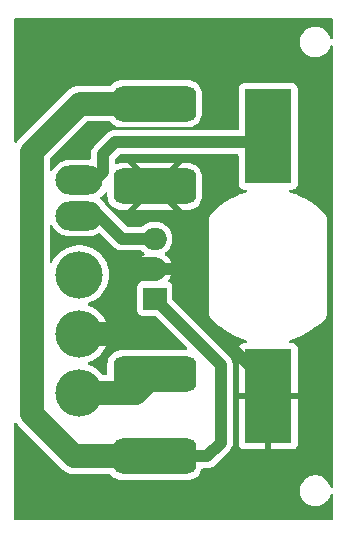
<source format=gtl>
G04 #@! TF.GenerationSoftware,KiCad,Pcbnew,8.0.0*
G04 #@! TF.CreationDate,2024-05-22T21:05:34-07:00*
G04 #@! TF.ProjectId,sim_switch,73696d5f-7377-4697-9463-682e6b696361,rev?*
G04 #@! TF.SameCoordinates,Original*
G04 #@! TF.FileFunction,Copper,L1,Top*
G04 #@! TF.FilePolarity,Positive*
%FSLAX46Y46*%
G04 Gerber Fmt 4.6, Leading zero omitted, Abs format (unit mm)*
G04 Created by KiCad (PCBNEW 8.0.0) date 2024-05-22 21:05:34*
%MOMM*%
%LPD*%
G01*
G04 APERTURE LIST*
G04 Aperture macros list*
%AMRoundRect*
0 Rectangle with rounded corners*
0 $1 Rounding radius*
0 $2 $3 $4 $5 $6 $7 $8 $9 X,Y pos of 4 corners*
0 Add a 4 corners polygon primitive as box body*
4,1,4,$2,$3,$4,$5,$6,$7,$8,$9,$2,$3,0*
0 Add four circle primitives for the rounded corners*
1,1,$1+$1,$2,$3*
1,1,$1+$1,$4,$5*
1,1,$1+$1,$6,$7*
1,1,$1+$1,$8,$9*
0 Add four rect primitives between the rounded corners*
20,1,$1+$1,$2,$3,$4,$5,0*
20,1,$1+$1,$4,$5,$6,$7,0*
20,1,$1+$1,$6,$7,$8,$9,0*
20,1,$1+$1,$8,$9,$2,$3,0*%
G04 Aperture macros list end*
G04 #@! TA.AperFunction,SMDPad,CuDef*
%ADD10R,4.000000X8.000000*%
G04 #@! TD*
G04 #@! TA.AperFunction,SMDPad,CuDef*
%ADD11RoundRect,0.750000X-2.750000X-0.750000X2.750000X-0.750000X2.750000X0.750000X-2.750000X0.750000X0*%
G04 #@! TD*
G04 #@! TA.AperFunction,SMDPad,CuDef*
%ADD12RoundRect,0.750000X2.750000X0.750000X-2.750000X0.750000X-2.750000X-0.750000X2.750000X-0.750000X0*%
G04 #@! TD*
G04 #@! TA.AperFunction,ComponentPad*
%ADD13R,2.000000X1.905000*%
G04 #@! TD*
G04 #@! TA.AperFunction,ComponentPad*
%ADD14O,2.000000X1.905000*%
G04 #@! TD*
G04 #@! TA.AperFunction,ComponentPad*
%ADD15O,4.000000X2.500000*%
G04 #@! TD*
G04 #@! TA.AperFunction,ComponentPad*
%ADD16O,4.000000X4.000000*%
G04 #@! TD*
G04 #@! TA.AperFunction,Conductor*
%ADD17C,1.000000*%
G04 #@! TD*
G04 #@! TA.AperFunction,Conductor*
%ADD18C,2.000000*%
G04 #@! TD*
G04 APERTURE END LIST*
D10*
X162000000Y-87000000D03*
X162000000Y-65000000D03*
D11*
X152400000Y-85090000D03*
X152400000Y-92090000D03*
D12*
X152400000Y-69230000D03*
X152400000Y-62230000D03*
D13*
X152400000Y-78740000D03*
D14*
X152400000Y-76200000D03*
X152400000Y-73660000D03*
D15*
X146019000Y-68711000D03*
X146019000Y-71711000D03*
D16*
X146019000Y-76711000D03*
X146019000Y-81711000D03*
X146019000Y-86711000D03*
D17*
X154200000Y-76200000D02*
X152400000Y-76200000D01*
X155500000Y-77500000D02*
X154200000Y-76200000D01*
X155500000Y-79500000D02*
X155500000Y-77500000D01*
X162000000Y-86000000D02*
X155500000Y-79500000D01*
X162000000Y-86500000D02*
X162000000Y-86000000D01*
D18*
X145590000Y-92090000D02*
X152400000Y-92090000D01*
X142000000Y-88500000D02*
X145590000Y-92090000D01*
X142000000Y-66280000D02*
X142000000Y-88500000D01*
X146050000Y-62230000D02*
X142000000Y-66280000D01*
X152400000Y-62230000D02*
X146050000Y-62230000D01*
D17*
X148000000Y-66500000D02*
X149000000Y-65500000D01*
X148000000Y-68000000D02*
X148000000Y-66500000D01*
X149000000Y-65500000D02*
X162000000Y-65500000D01*
X147289000Y-68711000D02*
X148000000Y-68000000D01*
X146019000Y-68711000D02*
X147289000Y-68711000D01*
X149660000Y-73660000D02*
X152400000Y-73660000D01*
X147711000Y-71711000D02*
X149660000Y-73660000D01*
X146019000Y-71711000D02*
X147711000Y-71711000D01*
D18*
X149860000Y-80360000D02*
X150000000Y-80500000D01*
X149860000Y-76200000D02*
X149860000Y-80360000D01*
X148789000Y-81711000D02*
X146019000Y-81711000D01*
X152400000Y-76200000D02*
X149860000Y-76200000D01*
X150000000Y-80500000D02*
X148789000Y-81711000D01*
X150779000Y-86711000D02*
X152400000Y-85090000D01*
X146019000Y-86711000D02*
X150779000Y-86711000D01*
D17*
X156830000Y-92090000D02*
X152400000Y-92090000D01*
X158000000Y-90920000D02*
X156830000Y-92090000D01*
X158000000Y-84340000D02*
X158000000Y-90920000D01*
X152400000Y-78740000D02*
X158000000Y-84340000D01*
G04 #@! TA.AperFunction,Conductor*
G36*
X167442539Y-55020185D02*
G01*
X167488294Y-55072989D01*
X167499500Y-55124500D01*
X167499500Y-56623575D01*
X167479815Y-56690614D01*
X167427011Y-56736369D01*
X167357853Y-56746313D01*
X167294297Y-56717288D01*
X167257569Y-56661894D01*
X167205218Y-56500776D01*
X167171503Y-56434607D01*
X167112287Y-56318390D01*
X167104556Y-56307749D01*
X166991971Y-56152786D01*
X166847213Y-56008028D01*
X166681613Y-55887715D01*
X166681612Y-55887714D01*
X166681610Y-55887713D01*
X166624653Y-55858691D01*
X166499223Y-55794781D01*
X166304534Y-55731522D01*
X166129995Y-55703878D01*
X166102352Y-55699500D01*
X165897648Y-55699500D01*
X165873329Y-55703351D01*
X165695465Y-55731522D01*
X165500776Y-55794781D01*
X165318386Y-55887715D01*
X165152786Y-56008028D01*
X165008028Y-56152786D01*
X164887715Y-56318386D01*
X164794781Y-56500776D01*
X164731522Y-56695465D01*
X164699500Y-56897648D01*
X164699500Y-57102351D01*
X164731522Y-57304534D01*
X164794781Y-57499223D01*
X164887715Y-57681613D01*
X165008028Y-57847213D01*
X165152786Y-57991971D01*
X165307749Y-58104556D01*
X165318390Y-58112287D01*
X165434607Y-58171503D01*
X165500776Y-58205218D01*
X165500778Y-58205218D01*
X165500781Y-58205220D01*
X165605137Y-58239127D01*
X165695465Y-58268477D01*
X165796557Y-58284488D01*
X165897648Y-58300500D01*
X165897649Y-58300500D01*
X166102351Y-58300500D01*
X166102352Y-58300500D01*
X166304534Y-58268477D01*
X166499219Y-58205220D01*
X166681610Y-58112287D01*
X166774590Y-58044732D01*
X166847213Y-57991971D01*
X166847215Y-57991968D01*
X166847219Y-57991966D01*
X166991966Y-57847219D01*
X166991968Y-57847215D01*
X166991971Y-57847213D01*
X167044732Y-57774590D01*
X167112287Y-57681610D01*
X167205220Y-57499219D01*
X167257569Y-57338106D01*
X167297007Y-57280430D01*
X167361365Y-57253232D01*
X167430212Y-57265147D01*
X167481687Y-57312391D01*
X167499500Y-57376424D01*
X167499500Y-94623575D01*
X167479815Y-94690614D01*
X167427011Y-94736369D01*
X167357853Y-94746313D01*
X167294297Y-94717288D01*
X167257569Y-94661894D01*
X167205218Y-94500776D01*
X167171503Y-94434607D01*
X167112287Y-94318390D01*
X167104556Y-94307749D01*
X166991971Y-94152786D01*
X166847213Y-94008028D01*
X166681613Y-93887715D01*
X166681612Y-93887714D01*
X166681610Y-93887713D01*
X166624653Y-93858691D01*
X166499223Y-93794781D01*
X166304534Y-93731522D01*
X166129995Y-93703878D01*
X166102352Y-93699500D01*
X165897648Y-93699500D01*
X165873329Y-93703351D01*
X165695465Y-93731522D01*
X165500776Y-93794781D01*
X165318386Y-93887715D01*
X165152786Y-94008028D01*
X165008028Y-94152786D01*
X164887715Y-94318386D01*
X164794781Y-94500776D01*
X164731522Y-94695465D01*
X164699500Y-94897648D01*
X164699500Y-95102351D01*
X164731522Y-95304534D01*
X164794781Y-95499223D01*
X164887715Y-95681613D01*
X165008028Y-95847213D01*
X165152786Y-95991971D01*
X165307749Y-96104556D01*
X165318390Y-96112287D01*
X165434607Y-96171503D01*
X165500776Y-96205218D01*
X165500778Y-96205218D01*
X165500781Y-96205220D01*
X165605137Y-96239127D01*
X165695465Y-96268477D01*
X165796557Y-96284488D01*
X165897648Y-96300500D01*
X165897649Y-96300500D01*
X166102351Y-96300500D01*
X166102352Y-96300500D01*
X166304534Y-96268477D01*
X166499219Y-96205220D01*
X166681610Y-96112287D01*
X166774590Y-96044732D01*
X166847213Y-95991971D01*
X166847215Y-95991968D01*
X166847219Y-95991966D01*
X166991966Y-95847219D01*
X166991968Y-95847215D01*
X166991971Y-95847213D01*
X167044732Y-95774590D01*
X167112287Y-95681610D01*
X167205220Y-95499219D01*
X167257569Y-95338106D01*
X167297007Y-95280430D01*
X167361365Y-95253232D01*
X167430212Y-95265147D01*
X167481687Y-95312391D01*
X167499500Y-95376424D01*
X167499500Y-97375500D01*
X167479815Y-97442539D01*
X167427011Y-97488294D01*
X167375500Y-97499500D01*
X140624500Y-97499500D01*
X140557461Y-97479815D01*
X140511706Y-97427011D01*
X140500500Y-97375500D01*
X140500500Y-89370552D01*
X140520185Y-89303513D01*
X140572989Y-89257758D01*
X140642147Y-89247814D01*
X140705703Y-89276839D01*
X140724816Y-89297663D01*
X140855483Y-89477510D01*
X140855485Y-89477512D01*
X144612491Y-93234519D01*
X144612496Y-93234523D01*
X144779155Y-93355606D01*
X144803567Y-93373343D01*
X144937659Y-93441666D01*
X145014003Y-93480566D01*
X145014005Y-93480566D01*
X145014008Y-93480568D01*
X145134412Y-93519689D01*
X145238631Y-93553553D01*
X145471903Y-93590500D01*
X145471908Y-93590500D01*
X145708092Y-93590500D01*
X148583719Y-93590500D01*
X148650758Y-93610185D01*
X148682288Y-93640640D01*
X148682608Y-93640374D01*
X148685087Y-93643343D01*
X148685648Y-93643885D01*
X148686176Y-93644648D01*
X148686179Y-93644652D01*
X148686181Y-93644654D01*
X148845346Y-93803819D01*
X148845350Y-93803822D01*
X148845354Y-93803825D01*
X148966442Y-93887715D01*
X149030374Y-93932007D01*
X149235317Y-94025096D01*
X149235321Y-94025097D01*
X149453579Y-94080094D01*
X149453581Y-94080094D01*
X149453588Y-94080096D01*
X149585783Y-94090500D01*
X155214216Y-94090499D01*
X155346412Y-94080096D01*
X155564683Y-94025096D01*
X155769626Y-93932007D01*
X155954654Y-93803819D01*
X156113819Y-93644654D01*
X156242007Y-93459626D01*
X156335096Y-93254683D01*
X156352856Y-93184199D01*
X156388323Y-93124004D01*
X156450707Y-93092538D01*
X156473097Y-93090500D01*
X156928543Y-93090500D01*
X156961563Y-93083931D01*
X157044118Y-93067510D01*
X157121836Y-93052051D01*
X157175165Y-93029961D01*
X157303914Y-92976632D01*
X157467782Y-92867139D01*
X157607139Y-92727782D01*
X157607140Y-92727779D01*
X157614206Y-92720714D01*
X157614209Y-92720710D01*
X158637778Y-91697141D01*
X158637782Y-91697139D01*
X158777139Y-91557782D01*
X158886632Y-91393914D01*
X158962051Y-91211835D01*
X158986385Y-91089500D01*
X159000500Y-91018543D01*
X159000500Y-87250000D01*
X159500000Y-87250000D01*
X159500000Y-91047844D01*
X159506401Y-91107372D01*
X159506403Y-91107379D01*
X159556645Y-91242086D01*
X159556649Y-91242093D01*
X159642809Y-91357187D01*
X159642812Y-91357190D01*
X159757906Y-91443350D01*
X159757913Y-91443354D01*
X159892620Y-91493596D01*
X159892627Y-91493598D01*
X159952155Y-91499999D01*
X159952172Y-91500000D01*
X161750000Y-91500000D01*
X161750000Y-87250000D01*
X162250000Y-87250000D01*
X162250000Y-91500000D01*
X164047828Y-91500000D01*
X164047844Y-91499999D01*
X164107372Y-91493598D01*
X164107379Y-91493596D01*
X164242086Y-91443354D01*
X164242093Y-91443350D01*
X164357187Y-91357190D01*
X164357190Y-91357187D01*
X164443350Y-91242093D01*
X164443354Y-91242086D01*
X164493596Y-91107379D01*
X164493598Y-91107372D01*
X164499999Y-91047844D01*
X164500000Y-91047827D01*
X164500000Y-87250000D01*
X162250000Y-87250000D01*
X161750000Y-87250000D01*
X159500000Y-87250000D01*
X159000500Y-87250000D01*
X159000500Y-84241456D01*
X158962052Y-84048170D01*
X158962051Y-84048169D01*
X158962051Y-84048165D01*
X158932799Y-83977544D01*
X158886635Y-83866092D01*
X158886628Y-83866079D01*
X158777139Y-83702218D01*
X158777136Y-83702214D01*
X158634686Y-83559764D01*
X158634655Y-83559735D01*
X153936818Y-78861898D01*
X153903333Y-78800575D01*
X153900499Y-78774217D01*
X153900499Y-77739629D01*
X153900498Y-77739623D01*
X153900497Y-77739616D01*
X153894091Y-77680017D01*
X153891707Y-77673626D01*
X153843797Y-77545171D01*
X153843793Y-77545164D01*
X153757547Y-77429955D01*
X153757544Y-77429952D01*
X153642335Y-77343706D01*
X153642326Y-77343701D01*
X153613974Y-77333127D01*
X153558040Y-77291257D01*
X153533622Y-77225792D01*
X153548473Y-77157519D01*
X153556988Y-77144059D01*
X153689788Y-76961276D01*
X153793582Y-76757570D01*
X153864234Y-76540128D01*
X153878509Y-76450000D01*
X152890748Y-76450000D01*
X152912518Y-76412292D01*
X152950000Y-76272409D01*
X152950000Y-76127591D01*
X152912518Y-75987708D01*
X152890748Y-75950000D01*
X153878509Y-75950000D01*
X153864234Y-75859871D01*
X153793582Y-75642429D01*
X153689788Y-75438723D01*
X153555402Y-75253757D01*
X153393742Y-75092097D01*
X153309135Y-75030626D01*
X153266470Y-74975296D01*
X153260491Y-74905682D01*
X153293097Y-74843887D01*
X153309125Y-74829999D01*
X153394066Y-74768286D01*
X153555786Y-74606566D01*
X153690217Y-74421538D01*
X153794048Y-74217758D01*
X153864722Y-74000245D01*
X153900500Y-73774354D01*
X153900500Y-73545646D01*
X153864722Y-73319755D01*
X153864721Y-73319751D01*
X153864721Y-73319750D01*
X153794049Y-73102244D01*
X153794048Y-73102242D01*
X153690217Y-72898462D01*
X153555786Y-72713434D01*
X153394066Y-72551714D01*
X153209038Y-72417283D01*
X153005255Y-72313450D01*
X152787748Y-72242778D01*
X152618326Y-72215944D01*
X152561854Y-72207000D01*
X152238146Y-72207000D01*
X152162849Y-72218926D01*
X152012253Y-72242778D01*
X152012250Y-72242778D01*
X151794744Y-72313450D01*
X151590961Y-72417283D01*
X151495159Y-72486888D01*
X151405934Y-72551714D01*
X151405932Y-72551716D01*
X151405931Y-72551716D01*
X151334467Y-72623181D01*
X151273144Y-72656666D01*
X151246786Y-72659500D01*
X150125782Y-72659500D01*
X150058743Y-72639815D01*
X150038101Y-72623181D01*
X148492479Y-71077559D01*
X148492470Y-71077549D01*
X148425552Y-71010631D01*
X148348782Y-70933861D01*
X148348779Y-70933859D01*
X148344475Y-70929555D01*
X148345463Y-70928566D01*
X148323895Y-70903157D01*
X148227611Y-70736388D01*
X148227606Y-70736382D01*
X148087918Y-70554338D01*
X148087911Y-70554330D01*
X147925670Y-70392089D01*
X147925665Y-70392085D01*
X147925661Y-70392081D01*
X147817875Y-70309373D01*
X147776675Y-70252948D01*
X147772520Y-70183201D01*
X147806733Y-70122281D01*
X147817865Y-70112633D01*
X147925661Y-70029919D01*
X147925670Y-70029910D01*
X148087911Y-69867670D01*
X148087916Y-69867664D01*
X148087919Y-69867661D01*
X148177627Y-69750751D01*
X148234052Y-69709551D01*
X148303798Y-69705396D01*
X148364718Y-69739608D01*
X148397471Y-69801325D01*
X148400000Y-69826239D01*
X148400000Y-70044181D01*
X148400001Y-70044197D01*
X148410400Y-70176332D01*
X148465377Y-70394519D01*
X148558428Y-70599374D01*
X148558431Y-70599380D01*
X148686559Y-70784323D01*
X148686569Y-70784335D01*
X148845664Y-70943430D01*
X148845676Y-70943440D01*
X149030619Y-71071568D01*
X149030625Y-71071571D01*
X149235480Y-71164622D01*
X149453667Y-71219599D01*
X149585810Y-71229999D01*
X150046446Y-71229999D01*
X150046447Y-71229998D01*
X150753552Y-71229998D01*
X150753553Y-71229999D01*
X154046446Y-71229999D01*
X154046446Y-71229998D01*
X152400000Y-69583553D01*
X150753552Y-71229998D01*
X150046447Y-71229998D01*
X152046447Y-69230000D01*
X152753553Y-69230000D01*
X154753552Y-71229999D01*
X155214182Y-71229999D01*
X155214197Y-71229998D01*
X155346332Y-71219599D01*
X155564519Y-71164622D01*
X155769374Y-71071571D01*
X155769380Y-71071568D01*
X155954323Y-70943440D01*
X155954335Y-70943430D01*
X156113430Y-70784335D01*
X156113440Y-70784323D01*
X156241568Y-70599380D01*
X156241571Y-70599374D01*
X156334622Y-70394519D01*
X156389599Y-70176332D01*
X156399999Y-70044196D01*
X156399999Y-68415817D01*
X156399998Y-68415802D01*
X156389599Y-68283667D01*
X156334622Y-68065480D01*
X156241571Y-67860625D01*
X156241568Y-67860619D01*
X156113440Y-67675676D01*
X156113430Y-67675664D01*
X155954335Y-67516569D01*
X155954323Y-67516559D01*
X155769380Y-67388431D01*
X155769374Y-67388428D01*
X155564519Y-67295377D01*
X155346332Y-67240400D01*
X155214196Y-67230000D01*
X154753551Y-67230000D01*
X152753553Y-69229999D01*
X152753553Y-69230000D01*
X152046447Y-69230000D01*
X150046447Y-67230000D01*
X150753552Y-67230000D01*
X152400000Y-68876447D01*
X152400001Y-68876447D01*
X154046446Y-67230000D01*
X150753552Y-67230000D01*
X150046447Y-67230000D01*
X149585817Y-67230000D01*
X149585802Y-67230001D01*
X149453667Y-67240400D01*
X149235480Y-67295377D01*
X149175781Y-67322495D01*
X149106603Y-67332298D01*
X149043106Y-67303143D01*
X149005452Y-67244288D01*
X149000500Y-67209596D01*
X149000500Y-66965782D01*
X149020185Y-66898743D01*
X149036819Y-66878101D01*
X149378102Y-66536819D01*
X149439425Y-66503334D01*
X149465783Y-66500500D01*
X159375501Y-66500500D01*
X159442540Y-66520185D01*
X159488295Y-66572989D01*
X159499501Y-66624500D01*
X159499501Y-69047876D01*
X159505908Y-69107483D01*
X159556202Y-69242328D01*
X159556206Y-69242335D01*
X159642452Y-69357544D01*
X159642455Y-69357547D01*
X159757664Y-69443793D01*
X159757671Y-69443797D01*
X159892517Y-69494091D01*
X159892516Y-69494091D01*
X159899444Y-69494835D01*
X159952127Y-69500500D01*
X160114866Y-69500499D01*
X160181903Y-69520183D01*
X160227658Y-69572987D01*
X160237602Y-69642145D01*
X160208577Y-69705701D01*
X160149800Y-69743476D01*
X160146375Y-69744428D01*
X160111368Y-69753625D01*
X159658357Y-69908956D01*
X159658338Y-69908963D01*
X159217950Y-70097093D01*
X159217939Y-70097098D01*
X158792519Y-70317028D01*
X158792515Y-70317030D01*
X158384386Y-70567556D01*
X158384362Y-70567572D01*
X157995708Y-70847354D01*
X157628603Y-71154899D01*
X157628577Y-71154922D01*
X157285042Y-71488537D01*
X157285030Y-71488550D01*
X157138143Y-71653740D01*
X157133161Y-71659023D01*
X157099503Y-71692681D01*
X157099500Y-71692685D01*
X157098356Y-71694667D01*
X157083666Y-71715022D01*
X157082145Y-71716732D01*
X157060835Y-71759225D01*
X157057382Y-71765633D01*
X157033608Y-71806812D01*
X157033605Y-71806819D01*
X157033015Y-71809022D01*
X157024093Y-71832490D01*
X157023070Y-71834530D01*
X157023068Y-71834534D01*
X157013480Y-71881103D01*
X157011803Y-71888186D01*
X156999501Y-71934100D01*
X156999500Y-71934109D01*
X156999500Y-71936377D01*
X156996953Y-71961380D01*
X156996494Y-71963606D01*
X156996494Y-71963611D01*
X156999286Y-72011072D01*
X156999500Y-72018354D01*
X156999500Y-79981644D01*
X156999286Y-79988925D01*
X156996494Y-80036388D01*
X156996951Y-80038607D01*
X156999500Y-80063620D01*
X156999500Y-80065895D01*
X157011804Y-80111814D01*
X157013481Y-80118901D01*
X157023066Y-80165457D01*
X157023069Y-80165466D01*
X157024086Y-80167493D01*
X157033017Y-80190981D01*
X157033557Y-80192998D01*
X157033608Y-80193186D01*
X157057377Y-80234355D01*
X157060829Y-80240762D01*
X157082143Y-80283262D01*
X157082147Y-80283269D01*
X157083656Y-80284966D01*
X157098360Y-80305340D01*
X157099497Y-80307310D01*
X157099499Y-80307312D01*
X157099499Y-80307313D01*
X157099502Y-80307316D01*
X157133160Y-80340974D01*
X157138127Y-80346240D01*
X157285037Y-80511456D01*
X157342093Y-80566864D01*
X157628591Y-80845090D01*
X157628596Y-80845094D01*
X157628598Y-80845096D01*
X157974884Y-81135200D01*
X157995708Y-81152645D01*
X158335227Y-81397056D01*
X158384376Y-81432437D01*
X158792521Y-81682973D01*
X159217940Y-81902902D01*
X159658344Y-82091039D01*
X160111359Y-82246371D01*
X160136553Y-82252990D01*
X160148276Y-82256070D01*
X160208113Y-82292143D01*
X160238949Y-82354840D01*
X160230993Y-82424255D01*
X160186772Y-82478350D01*
X160120325Y-82499949D01*
X160116768Y-82500000D01*
X159952155Y-82500000D01*
X159892627Y-82506401D01*
X159892620Y-82506403D01*
X159757913Y-82556645D01*
X159757906Y-82556649D01*
X159642812Y-82642809D01*
X159642809Y-82642812D01*
X159556649Y-82757906D01*
X159556645Y-82757913D01*
X159506403Y-82892620D01*
X159506401Y-82892627D01*
X159500000Y-82952155D01*
X159500000Y-86750000D01*
X164500000Y-86750000D01*
X164500000Y-82952172D01*
X164499999Y-82952155D01*
X164493598Y-82892627D01*
X164493596Y-82892620D01*
X164443354Y-82757913D01*
X164443350Y-82757906D01*
X164357190Y-82642812D01*
X164357187Y-82642809D01*
X164242093Y-82556649D01*
X164242086Y-82556645D01*
X164107379Y-82506403D01*
X164107372Y-82506401D01*
X164047844Y-82500000D01*
X163883232Y-82500000D01*
X163816193Y-82480315D01*
X163770438Y-82427511D01*
X163760494Y-82358353D01*
X163789519Y-82294797D01*
X163848297Y-82257023D01*
X163851724Y-82256070D01*
X163859182Y-82254110D01*
X163888641Y-82246371D01*
X164341656Y-82091039D01*
X164782060Y-81902902D01*
X165207479Y-81682973D01*
X165615624Y-81432437D01*
X166004296Y-81152642D01*
X166371402Y-80845096D01*
X166714963Y-80511456D01*
X166861880Y-80346230D01*
X166866814Y-80340998D01*
X166900500Y-80307314D01*
X166901631Y-80305354D01*
X166916345Y-80284964D01*
X166917855Y-80283266D01*
X166939180Y-80240741D01*
X166942622Y-80234355D01*
X166942625Y-80234351D01*
X166966392Y-80193186D01*
X166966978Y-80190996D01*
X166975918Y-80167484D01*
X166976931Y-80165465D01*
X166986519Y-80118892D01*
X166988195Y-80111814D01*
X167000499Y-80065894D01*
X167000500Y-80065891D01*
X167000500Y-80063620D01*
X167003049Y-80038607D01*
X167003506Y-80036388D01*
X167000714Y-79988925D01*
X167000500Y-79981644D01*
X167000500Y-72018354D01*
X167000714Y-72011072D01*
X167003506Y-71963612D01*
X167003505Y-71963606D01*
X167003047Y-71961380D01*
X167000500Y-71936377D01*
X167000500Y-71934110D01*
X167000500Y-71934109D01*
X167000500Y-71934108D01*
X166988195Y-71888185D01*
X166986517Y-71881097D01*
X166976931Y-71834537D01*
X166976931Y-71834535D01*
X166975911Y-71832503D01*
X166966977Y-71808999D01*
X166966392Y-71806815D01*
X166966392Y-71806814D01*
X166942611Y-71765624D01*
X166939165Y-71759227D01*
X166917858Y-71716739D01*
X166917854Y-71716733D01*
X166916349Y-71715040D01*
X166901632Y-71694647D01*
X166900500Y-71692686D01*
X166866847Y-71659033D01*
X166861863Y-71653749D01*
X166714969Y-71488551D01*
X166714968Y-71488550D01*
X166714963Y-71488544D01*
X166438021Y-71219599D01*
X166371408Y-71154909D01*
X166371396Y-71154899D01*
X166273900Y-71073221D01*
X166004296Y-70847358D01*
X166004294Y-70847356D01*
X166004291Y-70847354D01*
X165615637Y-70567572D01*
X165615630Y-70567567D01*
X165615624Y-70567563D01*
X165594079Y-70554338D01*
X165207484Y-70317030D01*
X165207483Y-70317029D01*
X165207479Y-70317027D01*
X164782060Y-70097098D01*
X164782049Y-70097093D01*
X164341661Y-69908963D01*
X164341642Y-69908956D01*
X163888635Y-69753627D01*
X163853624Y-69744429D01*
X163793786Y-69708356D01*
X163762951Y-69645659D01*
X163770907Y-69576244D01*
X163815128Y-69522149D01*
X163881576Y-69500550D01*
X163885132Y-69500499D01*
X164047871Y-69500499D01*
X164047872Y-69500499D01*
X164107483Y-69494091D01*
X164242331Y-69443796D01*
X164357546Y-69357546D01*
X164443796Y-69242331D01*
X164494091Y-69107483D01*
X164500500Y-69047873D01*
X164500499Y-60952128D01*
X164494091Y-60892517D01*
X164482102Y-60860374D01*
X164443797Y-60757671D01*
X164443793Y-60757664D01*
X164357547Y-60642455D01*
X164357544Y-60642452D01*
X164242335Y-60556206D01*
X164242328Y-60556202D01*
X164107482Y-60505908D01*
X164107483Y-60505908D01*
X164047883Y-60499501D01*
X164047881Y-60499500D01*
X164047873Y-60499500D01*
X164047864Y-60499500D01*
X159952129Y-60499500D01*
X159952123Y-60499501D01*
X159892516Y-60505908D01*
X159757671Y-60556202D01*
X159757664Y-60556206D01*
X159642455Y-60642452D01*
X159642452Y-60642455D01*
X159556206Y-60757664D01*
X159556202Y-60757671D01*
X159505908Y-60892517D01*
X159500088Y-60946657D01*
X159499501Y-60952123D01*
X159499500Y-60952135D01*
X159499500Y-64375500D01*
X159479815Y-64442539D01*
X159427011Y-64488294D01*
X159375500Y-64499500D01*
X149104675Y-64499500D01*
X149104655Y-64499499D01*
X149098541Y-64499499D01*
X148901460Y-64499499D01*
X148901457Y-64499499D01*
X148708172Y-64537946D01*
X148708164Y-64537948D01*
X148526088Y-64613366D01*
X148526079Y-64613371D01*
X148362219Y-64722859D01*
X148362215Y-64722862D01*
X147602746Y-65482333D01*
X147362220Y-65722859D01*
X147362218Y-65722861D01*
X147292538Y-65792540D01*
X147222859Y-65862219D01*
X147113371Y-66026079D01*
X147113364Y-66026092D01*
X147037950Y-66208160D01*
X147037947Y-66208170D01*
X146999500Y-66401456D01*
X146999500Y-66836500D01*
X146979815Y-66903539D01*
X146927011Y-66949294D01*
X146875500Y-66960500D01*
X145154258Y-66960500D01*
X144937715Y-66989009D01*
X144926762Y-66990452D01*
X144833076Y-67015554D01*
X144705112Y-67049842D01*
X144493123Y-67137650D01*
X144493109Y-67137657D01*
X144294382Y-67252392D01*
X144112338Y-67392081D01*
X143950081Y-67554338D01*
X143810392Y-67736382D01*
X143731887Y-67872358D01*
X143681320Y-67920574D01*
X143612713Y-67933796D01*
X143547848Y-67907828D01*
X143507320Y-67850914D01*
X143500500Y-67810358D01*
X143500500Y-66952889D01*
X143520185Y-66885850D01*
X143536819Y-66865208D01*
X146635208Y-63766819D01*
X146696531Y-63733334D01*
X146722889Y-63730500D01*
X148583719Y-63730500D01*
X148650758Y-63750185D01*
X148682288Y-63780640D01*
X148682608Y-63780374D01*
X148685087Y-63783343D01*
X148685648Y-63783885D01*
X148686176Y-63784648D01*
X148686179Y-63784652D01*
X148686181Y-63784654D01*
X148845346Y-63943819D01*
X148845350Y-63943822D01*
X148845354Y-63943825D01*
X148984603Y-64040297D01*
X149030374Y-64072007D01*
X149235317Y-64165096D01*
X149235321Y-64165097D01*
X149453579Y-64220094D01*
X149453581Y-64220094D01*
X149453588Y-64220096D01*
X149585783Y-64230500D01*
X155214216Y-64230499D01*
X155346412Y-64220096D01*
X155564683Y-64165096D01*
X155769626Y-64072007D01*
X155954654Y-63943819D01*
X156113819Y-63784654D01*
X156242007Y-63599626D01*
X156335096Y-63394683D01*
X156390096Y-63176412D01*
X156400500Y-63044217D01*
X156400499Y-61415784D01*
X156390096Y-61283588D01*
X156335096Y-61065317D01*
X156242007Y-60860374D01*
X156176934Y-60766447D01*
X156113825Y-60675354D01*
X156113822Y-60675350D01*
X156113819Y-60675346D01*
X155954654Y-60516181D01*
X155954650Y-60516178D01*
X155954645Y-60516174D01*
X155769632Y-60387997D01*
X155769630Y-60387995D01*
X155769626Y-60387993D01*
X155564683Y-60294904D01*
X155564681Y-60294903D01*
X155564678Y-60294902D01*
X155346420Y-60239905D01*
X155346413Y-60239904D01*
X155302347Y-60236436D01*
X155214217Y-60229500D01*
X155214215Y-60229500D01*
X149585791Y-60229500D01*
X149585776Y-60229501D01*
X149453586Y-60239904D01*
X149453579Y-60239905D01*
X149235321Y-60294902D01*
X149235318Y-60294903D01*
X149030377Y-60387991D01*
X149030367Y-60387997D01*
X148845354Y-60516174D01*
X148845342Y-60516184D01*
X148686184Y-60675342D01*
X148686176Y-60675351D01*
X148685648Y-60676115D01*
X148685314Y-60676383D01*
X148682608Y-60679626D01*
X148681965Y-60679089D01*
X148631290Y-60720012D01*
X148583719Y-60729500D01*
X145931903Y-60729500D01*
X145698631Y-60766446D01*
X145474003Y-60839433D01*
X145263565Y-60946657D01*
X145072488Y-61085484D01*
X140855484Y-65302488D01*
X140724818Y-65482333D01*
X140669487Y-65524998D01*
X140599874Y-65530977D01*
X140538079Y-65498371D01*
X140503722Y-65437532D01*
X140500500Y-65409447D01*
X140500500Y-55124500D01*
X140520185Y-55057461D01*
X140572989Y-55011706D01*
X140624500Y-55000500D01*
X167375500Y-55000500D01*
X167442539Y-55020185D01*
G37*
G04 #@! TD.AperFunction*
G04 #@! TA.AperFunction,Conductor*
G36*
X143705703Y-72517928D02*
G01*
X143731884Y-72549638D01*
X143767682Y-72611641D01*
X143810392Y-72685617D01*
X143950081Y-72867661D01*
X143950089Y-72867670D01*
X144112330Y-73029911D01*
X144112338Y-73029918D01*
X144294382Y-73169607D01*
X144294385Y-73169608D01*
X144294388Y-73169611D01*
X144493112Y-73284344D01*
X144493117Y-73284346D01*
X144493123Y-73284349D01*
X144578589Y-73319750D01*
X144705113Y-73372158D01*
X144926762Y-73431548D01*
X145154266Y-73461500D01*
X145154273Y-73461500D01*
X146883727Y-73461500D01*
X146883734Y-73461500D01*
X147111238Y-73431548D01*
X147332887Y-73372158D01*
X147544888Y-73284344D01*
X147668238Y-73213127D01*
X147736133Y-73196656D01*
X147802160Y-73219508D01*
X147817915Y-73232835D01*
X148879735Y-74294655D01*
X148879764Y-74294686D01*
X149022217Y-74437139D01*
X149186080Y-74546628D01*
X149186086Y-74546632D01*
X149304268Y-74595584D01*
X149368164Y-74622051D01*
X149464812Y-74641275D01*
X149513135Y-74650887D01*
X149561458Y-74660500D01*
X149561459Y-74660500D01*
X149561460Y-74660500D01*
X149758540Y-74660500D01*
X151246786Y-74660500D01*
X151313825Y-74680185D01*
X151334467Y-74696819D01*
X151405934Y-74768286D01*
X151490864Y-74829991D01*
X151533529Y-74885321D01*
X151539508Y-74954935D01*
X151506902Y-75016730D01*
X151490864Y-75030627D01*
X151406257Y-75092097D01*
X151244597Y-75253757D01*
X151110211Y-75438723D01*
X151006417Y-75642429D01*
X150935765Y-75859871D01*
X150921491Y-75950000D01*
X151909252Y-75950000D01*
X151887482Y-75987708D01*
X151850000Y-76127591D01*
X151850000Y-76272409D01*
X151887482Y-76412292D01*
X151909252Y-76450000D01*
X150921491Y-76450000D01*
X150935765Y-76540128D01*
X151006417Y-76757570D01*
X151110213Y-76961279D01*
X151243011Y-77144060D01*
X151266491Y-77209866D01*
X151250666Y-77277920D01*
X151200560Y-77326615D01*
X151186026Y-77333127D01*
X151157671Y-77343702D01*
X151157664Y-77343706D01*
X151042455Y-77429952D01*
X151042452Y-77429955D01*
X150956206Y-77545164D01*
X150956202Y-77545171D01*
X150905908Y-77680017D01*
X150899501Y-77739616D01*
X150899501Y-77739623D01*
X150899500Y-77739635D01*
X150899500Y-79740370D01*
X150899501Y-79740376D01*
X150905908Y-79799983D01*
X150956202Y-79934828D01*
X150956206Y-79934835D01*
X151042452Y-80050044D01*
X151042455Y-80050047D01*
X151157664Y-80136293D01*
X151157671Y-80136297D01*
X151292517Y-80186591D01*
X151292516Y-80186591D01*
X151299444Y-80187335D01*
X151352127Y-80193000D01*
X152386717Y-80192999D01*
X152453756Y-80212683D01*
X152474398Y-80229318D01*
X155122899Y-82877819D01*
X155156384Y-82939142D01*
X155151400Y-83008834D01*
X155109528Y-83064767D01*
X155044064Y-83089184D01*
X155035218Y-83089500D01*
X149585791Y-83089500D01*
X149585776Y-83089501D01*
X149453586Y-83099904D01*
X149453579Y-83099905D01*
X149235321Y-83154902D01*
X149235318Y-83154903D01*
X149030377Y-83247991D01*
X149030367Y-83247997D01*
X148845354Y-83376174D01*
X148845342Y-83376184D01*
X148686184Y-83535342D01*
X148686174Y-83535354D01*
X148557997Y-83720367D01*
X148557991Y-83720377D01*
X148464903Y-83925318D01*
X148464902Y-83925321D01*
X148409905Y-84143579D01*
X148409904Y-84143586D01*
X148400315Y-84265429D01*
X148399500Y-84275783D01*
X148399500Y-84718101D01*
X148399501Y-85086500D01*
X148379817Y-85153539D01*
X148327013Y-85199294D01*
X148275501Y-85210500D01*
X148081268Y-85210500D01*
X148014229Y-85190815D01*
X147985726Y-85165542D01*
X147845390Y-84995906D01*
X147616030Y-84780522D01*
X147616027Y-84780520D01*
X147616021Y-84780515D01*
X147361495Y-84595591D01*
X147361488Y-84595586D01*
X147361484Y-84595584D01*
X147085766Y-84444006D01*
X147085763Y-84444004D01*
X147085758Y-84444002D01*
X147085757Y-84444001D01*
X146789602Y-84326746D01*
X146790094Y-84325502D01*
X146737048Y-84289232D01*
X146709848Y-84224875D01*
X146721760Y-84156028D01*
X146769003Y-84104551D01*
X146789594Y-84095150D01*
X146789447Y-84094777D01*
X147085544Y-83977544D01*
X147085552Y-83977540D01*
X147361209Y-83825996D01*
X147361227Y-83825985D01*
X147615702Y-83641098D01*
X147615712Y-83641090D01*
X147845023Y-83425752D01*
X148045544Y-83183364D01*
X148214096Y-82917767D01*
X148214099Y-82917761D01*
X148348034Y-82633137D01*
X148348036Y-82633132D01*
X148445243Y-82333959D01*
X148504191Y-82024947D01*
X148504192Y-82024943D01*
X148508215Y-81961000D01*
X147498102Y-81961000D01*
X147519000Y-81829053D01*
X147519000Y-81592947D01*
X147498102Y-81461000D01*
X148508215Y-81461000D01*
X148508215Y-81460999D01*
X148504192Y-81397056D01*
X148504191Y-81397052D01*
X148445243Y-81088040D01*
X148348036Y-80788867D01*
X148348034Y-80788862D01*
X148214099Y-80504238D01*
X148214096Y-80504232D01*
X148045544Y-80238635D01*
X147845023Y-79996247D01*
X147615712Y-79780909D01*
X147615702Y-79780901D01*
X147361227Y-79596014D01*
X147361209Y-79596003D01*
X147085552Y-79444459D01*
X147085544Y-79444455D01*
X146789447Y-79327223D01*
X146789955Y-79325939D01*
X146737035Y-79289744D01*
X146709845Y-79225382D01*
X146721769Y-79156537D01*
X146769019Y-79105068D01*
X146789743Y-79095610D01*
X146789602Y-79095254D01*
X147085757Y-78977998D01*
X147085758Y-78977997D01*
X147085756Y-78977997D01*
X147085766Y-78977994D01*
X147361484Y-78826416D01*
X147616030Y-78641478D01*
X147845390Y-78426094D01*
X148045947Y-78183663D01*
X148214537Y-77918007D01*
X148348503Y-77633315D01*
X148445731Y-77334079D01*
X148504688Y-77025015D01*
X148521514Y-76757570D01*
X148524444Y-76711005D01*
X148524444Y-76710994D01*
X148504689Y-76396995D01*
X148504688Y-76396988D01*
X148504688Y-76396985D01*
X148445731Y-76087921D01*
X148348503Y-75788685D01*
X148325180Y-75739122D01*
X148214538Y-75503996D01*
X148214537Y-75503993D01*
X148045947Y-75238337D01*
X147942259Y-75113000D01*
X147845393Y-74995909D01*
X147845391Y-74995907D01*
X147616031Y-74780523D01*
X147616021Y-74780515D01*
X147361495Y-74595591D01*
X147361485Y-74595585D01*
X147361484Y-74595584D01*
X147085766Y-74444006D01*
X147085763Y-74444004D01*
X147085758Y-74444002D01*
X147085757Y-74444001D01*
X146793228Y-74328181D01*
X146793225Y-74328180D01*
X146488476Y-74249934D01*
X146488463Y-74249932D01*
X146176329Y-74210500D01*
X146176318Y-74210500D01*
X145861682Y-74210500D01*
X145861670Y-74210500D01*
X145549536Y-74249932D01*
X145549523Y-74249934D01*
X145244774Y-74328180D01*
X145244771Y-74328181D01*
X144952242Y-74444001D01*
X144952241Y-74444002D01*
X144676516Y-74595584D01*
X144676504Y-74595591D01*
X144421978Y-74780515D01*
X144421968Y-74780523D01*
X144192608Y-74995907D01*
X144192606Y-74995909D01*
X143992054Y-75238334D01*
X143992051Y-75238338D01*
X143823464Y-75503990D01*
X143823460Y-75503996D01*
X143736698Y-75688376D01*
X143690343Y-75740654D01*
X143623083Y-75759571D01*
X143556273Y-75739122D01*
X143511124Y-75685798D01*
X143500500Y-75635579D01*
X143500500Y-72611641D01*
X143520185Y-72544602D01*
X143572989Y-72498847D01*
X143642147Y-72488903D01*
X143705703Y-72517928D01*
G37*
G04 #@! TD.AperFunction*
M02*

</source>
